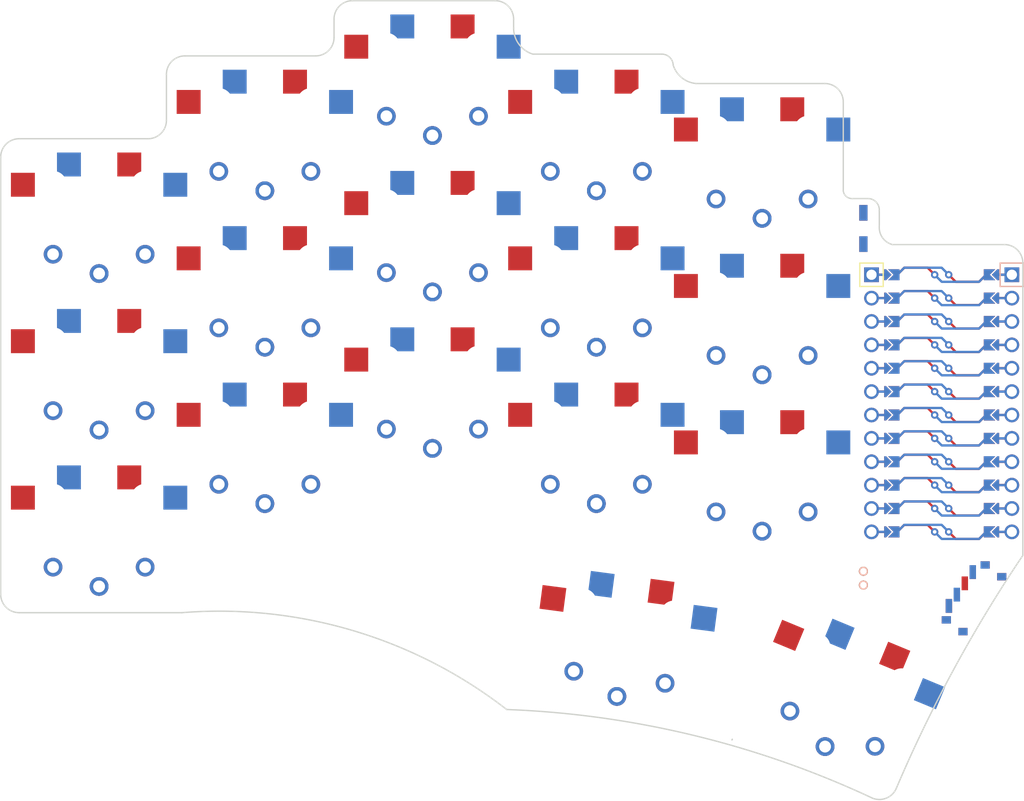
<source format=kicad_pcb>
(kicad_pcb (version 20211014) (generator pcbnew)
  (title_block (title "lazy_ferris") (rev "v1.0.0") (company "Unknown"))
  (layers (0 "F.Cu" signal) (31 "B.Cu" signal) (34 "B.Paste" user) (35 "F.Paste" user) (36 "B.SilkS" user "B.Silkscreen") (37 "F.SilkS" user "F.Silkscreen") (38 "B.Mask" user) (39 "F.Mask" user) (44 "Edge.Cuts" user))
  (net 0 "")
  (net 1 "P8")
  (net 2 "GND")
  (net 3 "P5")
  (net 4 "P2")
  (net 5 "P14")
  (net 6 "P18")
  (net 7 "P20")
  (net 8 "P7")
  (net 9 "P4")
  (net 10 "P0")
  (net 11 "P15")
  (net 12 "P19")
  (net 13 "P21")
  (net 14 "P6")
  (net 15 "P3")
  (net 16 "P1")
  (net 17 "P9")
  (net 18 "P10")
  (net 19 "RAW")
  (net 20 "RST")
  (net 21 "VCC")
  (net 22 "P16")
  (net 23 "pos")
  (footprint "lib:bat" (layer "F.Cu") (at 101 5)
    (fp_text reference "")
    (fp_text value "")
  )
  (footprint "PG1350" (layer "F.Cu") (at 75 12 172.5)
    (fp_text reference "S32" hide)
    (fp_text value "" hide)
  )
  (footprint "PG1350" (layer "F.Cu") (at 90 -23 180)
    (fp_text reference "S28" hide)
    (fp_text value "" hide)
  )
  (footprint "PG1350" (layer "F.Cu") (at 36 -9 180)
    (fp_text reference "S8" hide)
    (fp_text value "" hide)
  )
  (footprint "PG1350" (layer "F.Cu") (at 36 -43)
    (fp_text reference "S11" hide)
    (fp_text value "" hide)
  )
  (footprint "PG1350" (layer "F.Cu") (at 90 -40 180)
    (fp_text reference "S30" hide)
    (fp_text value "" hide)
  )
  (footprint "PG1350" (layer "F.Cu") (at 54.2 -15 180)
    (fp_text reference "S14" hide)
    (fp_text value "" hide)
  )
  (footprint "PG1350" (layer "F.Cu") (at 90 -23)
    (fp_text reference "S27" hide)
    (fp_text value "" hide)
  )
  (footprint "PG1350" (layer "F.Cu") (at 18 -17)
    (fp_text reference "S3" hide)
    (fp_text value "" hide)
  )
  (footprint "PG1350" (layer "F.Cu") (at 72 -26 180)
    (fp_text reference "S22" hide)
    (fp_text value "" hide)
  )
  (footprint "PG1350" (layer "F.Cu") (at 36 -26 180)
    (fp_text reference "S10" hide)
    (fp_text value "" hide)
  )
  (footprint "PG1350" (layer "F.Cu") (at 72 -43)
    (fp_text reference "S23" hide)
    (fp_text value "" hide)
  )
  (footprint "PG1350" (layer "F.Cu") (at 18 -34 180)
    (fp_text reference "S6" hide)
    (fp_text value "" hide)
  )
  (footprint "PG1350" (layer "F.Cu") (at 72 -43 180)
    (fp_text reference "S24" hide)
    (fp_text value "" hide)
  )
  (footprint "Button_Switch_SMD:SW_SPST_B3U-1000P" (layer "F.Cu") (at 101 -33 90)
    (fp_text reference "")
    (fp_text value "")
  )
  (footprint "PG1350" (layer "F.Cu") (at 90 -6 180)
    (fp_text reference "S26" hide)
    (fp_text value "" hide)
  )
  (footprint "PG1350" (layer "F.Cu") (at 54.2 -32 180)
    (fp_text reference "S16" hide)
    (fp_text value "" hide)
  )
  (footprint "PG1350" (layer "F.Cu") (at 54.2 -49 180)
    (fp_text reference "S18" hide)
    (fp_text value "" hide)
  )
  (footprint "PG1350" (layer "F.Cu") (at 18 -17 180)
    (fp_text reference "S4" hide)
    (fp_text value "" hide)
  )
  (footprint "PG1350" (layer "F.Cu") (at 72 -9 180)
    (fp_text reference "S20" hide)
    (fp_text value "" hide)
  )
  (footprint "ProMicro" (layer "F.Cu") (at 109.5 -14 -90)
    (fp_text reference "MCU1" hide)
    (fp_text value "")
  )
  (footprint "PG1350" (layer "F.Cu") (at 54.2 -32)
    (fp_text reference "S15" hide)
    (fp_text value "" hide)
  )
  (footprint "PG1350" (layer "F.Cu") (at 72 -26)
    (fp_text reference "S21" hide)
    (fp_text value "" hide)
  )
  (footprint "PG1350" (layer "F.Cu") (at 18 -34)
    (fp_text reference "S5" hide)
    (fp_text value "" hide)
  )
  (footprint "Button_Switch_SMD:SW_SPDT_PCM12" (layer "F.Cu") (at 112.75 7 54.8)
    (fp_text reference "")
    (fp_text value "")
  )
  (footprint "PG1350" (layer "F.Cu") (at 99.094915 17.848125 -22.5)
    (fp_text reference "S33" hide)
    (fp_text value "" hide)
  )
  (footprint "PG1350" (layer "F.Cu") (at 18 0)
    (fp_text reference "S1" hide)
    (fp_text value "" hide)
  )
  (footprint "PG1350" (layer "F.Cu") (at 36 -9)
    (fp_text reference "S7" hide)
    (fp_text value "" hide)
  )
  (footprint "PG1350" (layer "F.Cu") (at 72 -9)
    (fp_text reference "S19" hide)
    (fp_text value "" hide)
  )
  (footprint "PG1350" (layer "F.Cu") (at 18 0 180)
    (fp_text reference "S2" hide)
    (fp_text value "" hide)
  )
  (footprint "PG1350" (layer "F.Cu") (at 99.094915 17.848125 157.5)
    (fp_text reference "S34" hide)
    (fp_text value "" hide)
  )
  (footprint "PG1350" (layer "F.Cu") (at 54.2 -15)
    (fp_text reference "S13" hide)
    (fp_text value "" hide)
  )
  (footprint "PG1350" (layer "F.Cu") (at 54.2 -49)
    (fp_text reference "S17" hide)
    (fp_text value "" hide)
  )
  (footprint "PG1350" (layer "F.Cu") (at 90 -40)
    (fp_text reference "S29" hide)
    (fp_text value "" hide)
  )
  (footprint "PG1350" (layer "F.Cu") (at 36 -26)
    (fp_text reference "S9" hide)
    (fp_text value "" hide)
  )
  (footprint "PG1350" (layer "F.Cu") (at 90 -6)
    (fp_text reference "S25" hide)
    (fp_text value "" hide)
  )
  (footprint "PG1350" (layer "F.Cu") (at 36 -43 180)
    (fp_text reference "S12" hide)
    (fp_text value "" hide)
  )
  (footprint "PG1350" (layer "F.Cu") (at 75 12 -7.5)
    (fp_text reference "S31" hide)
    (fp_text value "" hide)
  )
  (gr_line (start 9.313826 8.75) (end 27.003826 8.75) (layer "Edge.Cuts") (width 0.15))
  (gr_arc (start 104.583453 27.815475) (mid 110.846387 14.845556) (end 118.313826 2.529692) (layer "Edge.Cuts") (width 0.15))
  (gr_line (start 65.103826 -51.944348) (end 79.073826 -51.944348) (layer "Edge.Cuts") (width 0.15))
  (gr_arc (start 43.513826 -55.75) (mid 44.099612 -57.164214) (end 45.513826 -57.75) (layer "Edge.Cuts") (width 0.15))
  (gr_arc (start 25.313826 -44.75) (mid 24.72804 -43.335786) (end 23.313826 -42.75) (layer "Edge.Cuts") (width 0.15))
  (gr_line (start 118.313826 2.529692) (end 118.313826 -29.25) (layer "Edge.Cuts") (width 0.15))
  (gr_arc (start 9.313826 8.75) (mid 7.899612 8.164214) (end 7.313826 6.75) (layer "Edge.Cuts") (width 0.15))
  (gr_line (start 43.513826 -53.75) (end 43.513826 -55.75) (layer "Edge.Cuts") (width 0.15))
  (gr_arc (start 96.813826 -48.75) (mid 98.22804 -48.164214) (end 98.813826 -46.75) (layer "Edge.Cuts") (width 0.15))
  (gr_arc (start 104.583453 27.815475) (mid 103.501061 28.897867) (end 101.970328 28.897868) (layer "Edge.Cuts") (width 0.15))
  (gr_arc (start 116.313826 -31.25) (mid 117.72804 -30.664214) (end 118.313826 -29.25) (layer "Edge.Cuts") (width 0.15))
  (gr_arc (start 79.073826 -51.944348) (mid 79.953618 -51.607474) (end 80.343826 -50.75) (layer "Edge.Cuts") (width 0.15))
  (gr_arc (start 104.14 -31.25) (mid 103.073279 -31.995275) (end 102.728275 -33.25) (layer "Edge.Cuts") (width 0.15))
  (gr_line (start 45.513826 -57.75) (end 61.013826 -57.75) (layer "Edge.Cuts") (width 0.15))
  (gr_arc (start 25.313826 -49.75) (mid 25.899612 -51.164214) (end 27.313826 -51.75) (layer "Edge.Cuts") (width 0.15))
  (gr_arc (start 82.813826 -48.75) (mid 81.278764 -49.379423) (end 80.343826 -50.75) (layer "Edge.Cuts") (width 0.15))
  (gr_line (start 63.013826 -54.775) (end 63.013826 -55.75) (layer "Edge.Cuts") (width 0.15))
  (gr_line (start 104.14 -31.25) (end 116.313826 -31.25) (layer "Edge.Cuts") (width 0.15))
  (gr_line (start 9.313826 -42.75) (end 23.313826 -42.75) (layer "Edge.Cuts") (width 0.15))
  (gr_line (start 25.313826 -44.75) (end 25.313826 -49.75) (layer "Edge.Cuts") (width 0.15))
  (gr_arc (start 99.813826 -36.25) (mid 99.145181 -36.470846) (end 98.813826 -37.092186) (layer "Edge.Cuts") (width 0.15))
  (gr_arc (start 62.263689 19.271986) (mid 82.600543 22.090355) (end 101.970328 28.897868) (layer "Edge.Cuts") (width 0.15))
  (gr_arc (start 65.103826 -51.944348) (mid 63.592941 -53.01569) (end 63.013826 -54.775) (layer "Edge.Cuts") (width 0.15))
  (gr_arc (start 27.003826 8.75) (mid 45.618796 10.710066) (end 62.263689 19.271986) (layer "Edge.Cuts") (width 0.15))
  (gr_line (start 102.728275 -34.94) (end 102.728275 -33.25) (layer "Edge.Cuts") (width 0.15))
  (gr_line (start 7.313826 6.75) (end 7.313826 -40.75) (layer "Edge.Cuts") (width 0.15))
  (gr_arc (start 61.013826 -57.75) (mid 62.42804 -57.164214) (end 63.013826 -55.75) (layer "Edge.Cuts") (width 0.15))
  (gr_line (start 86.762075 22.49726) (end 86.726315 22.583591) (layer "Edge.Cuts") (width 0.15))
  (gr_line (start 98.813826 -37.092186) (end 98.813826 -46.75) (layer "Edge.Cuts") (width 0.15))
  (gr_line (start 82.813826 -48.75) (end 96.813826 -48.75) (layer "Edge.Cuts") (width 0.15))
  (gr_arc (start 101.6 -36.25) (mid 102.425577 -35.820172) (end 102.728275 -34.94) (layer "Edge.Cuts") (width 0.15))
  (gr_arc (start 43.513826 -53.75) (mid 42.92804 -52.335786) (end 41.513826 -51.75) (layer "Edge.Cuts") (width 0.15))
  (gr_line (start 27.313826 -51.75) (end 41.513826 -51.75) (layer "Edge.Cuts") (width 0.15))
  (gr_line (start 101.6 -36.25) (end 99.813826 -36.25) (layer "Edge.Cuts") (width 0.15))
  (gr_arc (start 7.313826 -40.75) (mid 7.899612 -42.164214) (end 9.313826 -42.75) (layer "Edge.Cuts") (width 0.15))
)
</source>
